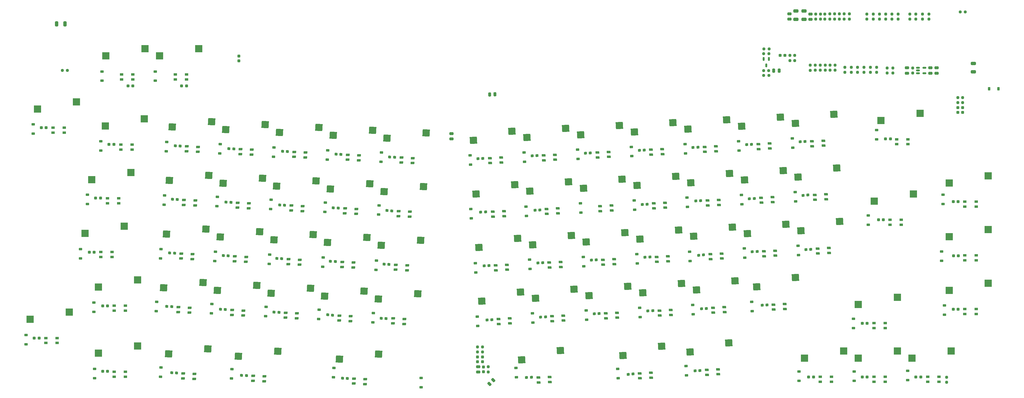
<source format=gbr>
%TF.GenerationSoftware,KiCad,Pcbnew,7.0.7*%
%TF.CreationDate,2023-12-22T23:49:32+01:00*%
%TF.ProjectId,isokey,69736f6b-6579-42e6-9b69-6361645f7063,A*%
%TF.SameCoordinates,Original*%
%TF.FileFunction,Paste,Bot*%
%TF.FilePolarity,Positive*%
%FSLAX46Y46*%
G04 Gerber Fmt 4.6, Leading zero omitted, Abs format (unit mm)*
G04 Created by KiCad (PCBNEW 7.0.7) date 2023-12-22 23:49:32*
%MOMM*%
%LPD*%
G01*
G04 APERTURE LIST*
G04 Aperture macros list*
%AMRoundRect*
0 Rectangle with rounded corners*
0 $1 Rounding radius*
0 $2 $3 $4 $5 $6 $7 $8 $9 X,Y pos of 4 corners*
0 Add a 4 corners polygon primitive as box body*
4,1,4,$2,$3,$4,$5,$6,$7,$8,$9,$2,$3,0*
0 Add four circle primitives for the rounded corners*
1,1,$1+$1,$2,$3*
1,1,$1+$1,$4,$5*
1,1,$1+$1,$6,$7*
1,1,$1+$1,$8,$9*
0 Add four rect primitives between the rounded corners*
20,1,$1+$1,$2,$3,$4,$5,0*
20,1,$1+$1,$4,$5,$6,$7,0*
20,1,$1+$1,$6,$7,$8,$9,0*
20,1,$1+$1,$8,$9,$2,$3,0*%
%AMRotRect*
0 Rectangle, with rotation*
0 The origin of the aperture is its center*
0 $1 length*
0 $2 width*
0 $3 Rotation angle, in degrees counterclockwise*
0 Add horizontal line*
21,1,$1,$2,0,0,$3*%
G04 Aperture macros list end*
%ADD10R,2.550000X2.500000*%
%ADD11RotRect,2.550000X2.500000X3.000000*%
%ADD12RotRect,2.550000X2.500000X357.000000*%
%ADD13RoundRect,0.237500X0.287159X0.252875X-0.312019X0.221474X-0.287159X-0.252875X0.312019X-0.221474X0*%
%ADD14RotRect,1.300000X0.850000X183.000000*%
%ADD15RotRect,1.300000X0.850000X177.000000*%
%ADD16RoundRect,0.250000X0.475000X-0.250000X0.475000X0.250000X-0.475000X0.250000X-0.475000X-0.250000X0*%
%ADD17RoundRect,0.225000X-0.362710X0.244318X-0.386262X-0.205066X0.362710X-0.244318X0.386262X0.205066X0*%
%ADD18RoundRect,0.237500X0.300000X0.237500X-0.300000X0.237500X-0.300000X-0.237500X0.300000X-0.237500X0*%
%ADD19RoundRect,0.225000X-0.375000X0.225000X-0.375000X-0.225000X0.375000X-0.225000X0.375000X0.225000X0*%
%ADD20RoundRect,0.237500X-0.237500X0.250000X-0.237500X-0.250000X0.237500X-0.250000X0.237500X0.250000X0*%
%ADD21RoundRect,0.237500X0.312019X0.221474X-0.287159X0.252875X-0.312019X-0.221474X0.287159X-0.252875X0*%
%ADD22RoundRect,0.150000X-0.512500X-0.150000X0.512500X-0.150000X0.512500X0.150000X-0.512500X0.150000X0*%
%ADD23R,1.300000X0.850000*%
%ADD24RoundRect,0.250000X0.650000X-0.325000X0.650000X0.325000X-0.650000X0.325000X-0.650000X-0.325000X0*%
%ADD25RoundRect,0.237500X0.237500X-0.250000X0.237500X0.250000X-0.237500X0.250000X-0.237500X-0.250000X0*%
%ADD26RoundRect,0.237500X0.250000X0.237500X-0.250000X0.237500X-0.250000X-0.237500X0.250000X-0.237500X0*%
%ADD27RoundRect,0.237500X0.237500X-0.300000X0.237500X0.300000X-0.237500X0.300000X-0.237500X-0.300000X0*%
%ADD28RoundRect,0.250000X-0.224798X-0.487433X0.274517X-0.461265X0.224798X0.487433X-0.274517X0.461265X0*%
%ADD29RoundRect,0.237500X-0.237500X0.300000X-0.237500X-0.300000X0.237500X-0.300000X0.237500X0.300000X0*%
%ADD30RoundRect,0.225000X-0.386262X0.205066X-0.362710X-0.244318X0.386262X-0.205066X0.362710X0.244318X0*%
%ADD31RoundRect,0.250000X-0.159099X0.512652X-0.512652X0.159099X0.159099X-0.512652X0.512652X-0.159099X0*%
%ADD32RoundRect,0.237500X-0.250000X-0.237500X0.250000X-0.237500X0.250000X0.237500X-0.250000X0.237500X0*%
%ADD33RoundRect,0.150000X-0.150000X0.512500X-0.150000X-0.512500X0.150000X-0.512500X0.150000X0.512500X0*%
%ADD34RoundRect,0.250000X-0.475000X0.250000X-0.475000X-0.250000X0.475000X-0.250000X0.475000X0.250000X0*%
%ADD35RoundRect,0.250000X-0.250000X-0.475000X0.250000X-0.475000X0.250000X0.475000X-0.250000X0.475000X0*%
%ADD36RoundRect,0.250000X-0.650000X0.325000X-0.650000X-0.325000X0.650000X-0.325000X0.650000X0.325000X0*%
%ADD37RoundRect,0.250000X-0.325000X-0.650000X0.325000X-0.650000X0.325000X0.650000X-0.325000X0.650000X0*%
%ADD38RoundRect,0.225000X0.225000X0.375000X-0.225000X0.375000X-0.225000X-0.375000X0.225000X-0.375000X0*%
G04 APERTURE END LIST*
D10*
%TO.C,SW2*%
X100418799Y-84482410D03*
X86568799Y-87022410D03*
%TD*%
D11*
%TO.C,SW30*%
X326614532Y-126812203D03*
X312916446Y-130073575D03*
%TD*%
D12*
%TO.C,SW36*%
X160070690Y-151479481D03*
X146106738Y-153291147D03*
%TD*%
%TO.C,SW6*%
X124016905Y-111437696D03*
X110052953Y-113249362D03*
%TD*%
D11*
%TO.C,SW43*%
X308587639Y-146833095D03*
X294889553Y-150094467D03*
%TD*%
D10*
%TO.C,SW18*%
X76395566Y-128444764D03*
X62545566Y-130984764D03*
%TD*%
D12*
%TO.C,SW9*%
X181088583Y-114428696D03*
X167124631Y-116240362D03*
%TD*%
D11*
%TO.C,SW55*%
X252512457Y-168847914D03*
X238814371Y-172109286D03*
%TD*%
%TO.C,SW24*%
X212470677Y-132794229D03*
X198772591Y-136055601D03*
%TD*%
D10*
%TO.C,SW32*%
X74014266Y-147492614D03*
X60164266Y-150032614D03*
%TD*%
D11*
%TO.C,SW16*%
X325617532Y-107788310D03*
X311919446Y-111049682D03*
%TD*%
%TO.C,SW39*%
X232490571Y-150821174D03*
X218792485Y-154082546D03*
%TD*%
D10*
%TO.C,SW70*%
X329040791Y-191762097D03*
X315190791Y-194302097D03*
%TD*%
D11*
%TO.C,SW41*%
X270539854Y-148827095D03*
X256841768Y-152088467D03*
%TD*%
%TO.C,SW42*%
X289563747Y-147830095D03*
X275865661Y-151091467D03*
%TD*%
D12*
%TO.C,SW51*%
X159073690Y-170503374D03*
X145109738Y-172315040D03*
%TD*%
D11*
%TO.C,SW69*%
X288332106Y-188904669D03*
X274634020Y-192166041D03*
%TD*%
%TO.C,SW53*%
X214464672Y-170841914D03*
X200766586Y-174103286D03*
%TD*%
D12*
%TO.C,SW7*%
X143040797Y-112434696D03*
X129076845Y-114246362D03*
%TD*%
%TO.C,SW48*%
X102002012Y-167512374D03*
X88038060Y-169324040D03*
%TD*%
D10*
%TO.C,SW62*%
X78776766Y-189989754D03*
X64926766Y-192529754D03*
%TD*%
D12*
%TO.C,SW63*%
X103705870Y-191016477D03*
X89741918Y-192828143D03*
%TD*%
D11*
%TO.C,SW29*%
X307590639Y-127809203D03*
X293892553Y-131070575D03*
%TD*%
%TO.C,SW10*%
X211473677Y-113770336D03*
X197775591Y-117031708D03*
%TD*%
%TO.C,SW44*%
X327611532Y-145836095D03*
X313913446Y-149097467D03*
%TD*%
D12*
%TO.C,SW8*%
X162064690Y-113431696D03*
X148100738Y-115243362D03*
%TD*%
D11*
%TO.C,SW28*%
X288566746Y-128806203D03*
X274868660Y-132067575D03*
%TD*%
%TO.C,SW54*%
X233488564Y-169844914D03*
X219790478Y-173106286D03*
%TD*%
D12*
%TO.C,SW50*%
X140049798Y-169506374D03*
X126085846Y-171318040D03*
%TD*%
D11*
%TO.C,SW57*%
X290559244Y-166853967D03*
X276861158Y-170115339D03*
%TD*%
D10*
%TO.C,SW45*%
X353757291Y-136061109D03*
X339907291Y-138601109D03*
%TD*%
D11*
%TO.C,SW27*%
X269541356Y-129803281D03*
X255843270Y-133064653D03*
%TD*%
%TO.C,SW25*%
X231494569Y-131797229D03*
X217796483Y-135058601D03*
%TD*%
D12*
%TO.C,SW64*%
X128503784Y-191864125D03*
X114539832Y-193675791D03*
%TD*%
D10*
%TO.C,SW47*%
X78776766Y-166542164D03*
X64926766Y-169082164D03*
%TD*%
%TO.C,SW3*%
X57108066Y-103392964D03*
X43258066Y-105932964D03*
%TD*%
D11*
%TO.C,SW11*%
X230497569Y-112773336D03*
X216799483Y-116034708D03*
%TD*%
D10*
%TO.C,SW31*%
X380290000Y-129620000D03*
X366440000Y-132160000D03*
%TD*%
D11*
%TO.C,SW13*%
X268544356Y-110779389D03*
X254846270Y-114040761D03*
%TD*%
D12*
%TO.C,SW35*%
X141046797Y-150482481D03*
X127082845Y-152294147D03*
%TD*%
D10*
%TO.C,SW59*%
X348090791Y-172712097D03*
X334240791Y-175252097D03*
%TD*%
%TO.C,SW71*%
X348090791Y-191762097D03*
X334240791Y-194302097D03*
%TD*%
D11*
%TO.C,SW26*%
X250517463Y-130800281D03*
X236819377Y-134061653D03*
%TD*%
D10*
%TO.C,SW72*%
X367140791Y-191762097D03*
X353290791Y-194302097D03*
%TD*%
D11*
%TO.C,SW68*%
X264550694Y-190130959D03*
X250852608Y-193392331D03*
%TD*%
D12*
%TO.C,SW21*%
X142043797Y-131458589D03*
X128079845Y-133270255D03*
%TD*%
D11*
%TO.C,SW56*%
X271535351Y-167850967D03*
X257837265Y-171112339D03*
%TD*%
%TO.C,SW38*%
X213467677Y-151818121D03*
X199769591Y-155079493D03*
%TD*%
%TO.C,SW58*%
X311962371Y-165732276D03*
X298264285Y-168993648D03*
%TD*%
%TO.C,SW67*%
X228612719Y-191627419D03*
X214914633Y-194888791D03*
%TD*%
D10*
%TO.C,SW1*%
X81368799Y-84482410D03*
X67518799Y-87022410D03*
%TD*%
%TO.C,SW4*%
X81158066Y-109392964D03*
X67308066Y-111932964D03*
%TD*%
D12*
%TO.C,SW37*%
X179094583Y-152476481D03*
X165130631Y-154288147D03*
%TD*%
D10*
%TO.C,SW46*%
X380290000Y-148670000D03*
X366440000Y-151210000D03*
%TD*%
%TO.C,SW17*%
X356141791Y-107487409D03*
X342291791Y-110027409D03*
%TD*%
D12*
%TO.C,SW23*%
X180091583Y-133452589D03*
X166127631Y-135264255D03*
%TD*%
D11*
%TO.C,SW40*%
X251514464Y-149824174D03*
X237816378Y-153085546D03*
%TD*%
%TO.C,SW14*%
X287569746Y-109782310D03*
X273871660Y-113043682D03*
%TD*%
%TO.C,SW15*%
X306593639Y-108785310D03*
X292895553Y-112046682D03*
%TD*%
D12*
%TO.C,SW65*%
X164245163Y-192849270D03*
X150281211Y-194660936D03*
%TD*%
%TO.C,SW22*%
X161067690Y-132455589D03*
X147103738Y-134267255D03*
%TD*%
D11*
%TO.C,SW12*%
X249520463Y-111776389D03*
X235822377Y-115037761D03*
%TD*%
D12*
%TO.C,SW49*%
X121025905Y-168509374D03*
X107061953Y-170321040D03*
%TD*%
%TO.C,SW20*%
X123019905Y-130461589D03*
X109055953Y-132273255D03*
%TD*%
%TO.C,SW34*%
X122022904Y-149485481D03*
X108058952Y-151297147D03*
%TD*%
D10*
%TO.C,SW60*%
X380290000Y-167719075D03*
X366440000Y-170259075D03*
%TD*%
%TO.C,SW61*%
X54535566Y-178020164D03*
X40685566Y-180560164D03*
%TD*%
D12*
%TO.C,SW5*%
X104993012Y-110440696D03*
X91029060Y-112252362D03*
%TD*%
%TO.C,SW19*%
X103996012Y-129464589D03*
X90032060Y-131276255D03*
%TD*%
%TO.C,SW33*%
X102999012Y-148488481D03*
X89035060Y-150300147D03*
%TD*%
%TO.C,SW52*%
X178097583Y-171500374D03*
X164133631Y-173312040D03*
%TD*%
D13*
%TO.C,C9*%
X298361318Y-156454860D03*
X296638682Y-156545140D03*
%TD*%
D14*
%TO.C,D133*%
X308157915Y-175109337D03*
X308249503Y-176856939D03*
X304254985Y-177066283D03*
X304163397Y-175318681D03*
%TD*%
D15*
%TO.C,D109*%
X117259125Y-158413399D03*
X117167537Y-160161001D03*
X113173019Y-159951657D03*
X113264607Y-158204055D03*
%TD*%
D16*
%TO.C,C86*%
X362000000Y-93200000D03*
X362000000Y-91300000D03*
%TD*%
D17*
%TO.C,D21*%
X126086354Y-138102261D03*
X125913646Y-141397739D03*
%TD*%
D18*
%TO.C,C2*%
X345612500Y-116500000D03*
X343887500Y-116500000D03*
%TD*%
D19*
%TO.C,D47*%
X63250000Y-174600000D03*
X63250000Y-177900000D03*
%TD*%
D18*
%TO.C,C61*%
X43862500Y-187250000D03*
X42137500Y-187250000D03*
%TD*%
D20*
%TO.C,R28*%
X353500000Y-91337500D03*
X353500000Y-93162500D03*
%TD*%
%TO.C,R27*%
X324100000Y-72187500D03*
X324100000Y-74012500D03*
%TD*%
D21*
%TO.C,C51*%
X168861318Y-142045140D03*
X167138682Y-141954860D03*
%TD*%
D22*
%TO.C,U4*%
X355362500Y-93200000D03*
X355362500Y-92250000D03*
X355362500Y-91300000D03*
X357637500Y-91300000D03*
X357637500Y-93200000D03*
%TD*%
D15*
%TO.C,D108*%
X98235233Y-157416399D03*
X98143645Y-159164001D03*
X94149127Y-158954657D03*
X94240715Y-157207055D03*
%TD*%
D13*
%TO.C,C32*%
X202111318Y-142454860D03*
X200388682Y-142545140D03*
%TD*%
D14*
%TO.C,D129*%
X229684107Y-179221975D03*
X229775695Y-180969577D03*
X225781177Y-181178921D03*
X225689589Y-179431319D03*
%TD*%
D23*
%TO.C,D76*%
X92128799Y-95397410D03*
X92128799Y-93647410D03*
X96128799Y-93647410D03*
X96128799Y-95397410D03*
%TD*%
D19*
%TO.C,D61*%
X39250000Y-186100000D03*
X39250000Y-189400000D03*
%TD*%
D24*
%TO.C,C94*%
X375000000Y-92725000D03*
X375000000Y-89775000D03*
%TD*%
D18*
%TO.C,C59*%
X68112500Y-199000000D03*
X66387500Y-199000000D03*
%TD*%
D14*
%TO.C,D102*%
X265737893Y-139180189D03*
X265829481Y-140927791D03*
X261834963Y-141137135D03*
X261743375Y-139389533D03*
%TD*%
D15*
%TO.C,D80*%
X100229233Y-119368615D03*
X100137645Y-121116217D03*
X96143127Y-120906873D03*
X96234715Y-119159271D03*
%TD*%
D17*
%TO.C,D33*%
X87086354Y-155602261D03*
X86913646Y-158897739D03*
%TD*%
D13*
%TO.C,C8*%
X242361318Y-178454860D03*
X240638682Y-178545140D03*
%TD*%
D25*
%TO.C,R1*%
X320750000Y-92162500D03*
X320750000Y-90337500D03*
%TD*%
%TO.C,R15*%
X326000000Y-92162500D03*
X326000000Y-90337500D03*
%TD*%
D17*
%TO.C,D50*%
X124336354Y-176102261D03*
X124163646Y-179397739D03*
%TD*%
D26*
%TO.C,R46*%
X372162500Y-71500000D03*
X370337500Y-71500000D03*
%TD*%
D27*
%TO.C,C78*%
X201400000Y-199162500D03*
X201400000Y-197437500D03*
%TD*%
D20*
%TO.C,R26*%
X311700000Y-86887500D03*
X311700000Y-88712500D03*
%TD*%
D19*
%TO.C,D17*%
X340750000Y-113350000D03*
X340750000Y-116650000D03*
%TD*%
D17*
%TO.C,D9*%
X165181925Y-121352261D03*
X165009217Y-124647739D03*
%TD*%
D25*
%TO.C,R11*%
X336250000Y-92912500D03*
X336250000Y-91087500D03*
%TD*%
D28*
%TO.C,C82*%
X203551302Y-100749719D03*
X205448698Y-100650281D03*
%TD*%
D13*
%TO.C,C31*%
X317361318Y-155704860D03*
X315638682Y-155795140D03*
%TD*%
D29*
%TO.C,C96*%
X199250000Y-193887500D03*
X199250000Y-195612500D03*
%TD*%
D25*
%TO.C,R6*%
X341760000Y-74052500D03*
X341760000Y-72227500D03*
%TD*%
D23*
%TO.C,D106*%
X376000000Y-138785000D03*
X376000000Y-140535000D03*
X372000000Y-140535000D03*
X372000000Y-138785000D03*
%TD*%
D30*
%TO.C,D10*%
X196663646Y-122352261D03*
X196836354Y-125647739D03*
%TD*%
%TO.C,D25*%
X216413646Y-140602261D03*
X216586354Y-143897739D03*
%TD*%
D31*
%TO.C,C81*%
X204871751Y-202128249D03*
X203528249Y-203471751D03*
%TD*%
D25*
%TO.C,R18*%
X346500000Y-93162500D03*
X346500000Y-91337500D03*
%TD*%
D14*
%TO.C,D144*%
X284527650Y-198281729D03*
X284619238Y-200029331D03*
X280624720Y-200238675D03*
X280533132Y-198491073D03*
%TD*%
D25*
%TO.C,R36*%
X203100000Y-199212500D03*
X203100000Y-197387500D03*
%TD*%
D30*
%TO.C,D13*%
X253772423Y-119358261D03*
X253945131Y-122653739D03*
%TD*%
%TO.C,D68*%
X248913646Y-198102261D03*
X249086354Y-201397739D03*
%TD*%
D21*
%TO.C,C18*%
X148861318Y-160045140D03*
X147138682Y-159954860D03*
%TD*%
D18*
%TO.C,C3*%
X369612500Y-177000000D03*
X367887500Y-177000000D03*
%TD*%
%TO.C,C69*%
X337362500Y-182000000D03*
X335637500Y-182000000D03*
%TD*%
%TO.C,C5*%
X46362500Y-112500000D03*
X44637500Y-112500000D03*
%TD*%
D19*
%TO.C,D2*%
X85000000Y-92600000D03*
X85000000Y-95900000D03*
%TD*%
D32*
%TO.C,R60*%
X300675000Y-92300000D03*
X302500000Y-92300000D03*
%TD*%
D21*
%TO.C,C29*%
X130861318Y-140045140D03*
X129138682Y-139954860D03*
%TD*%
D17*
%TO.C,D51*%
X143086354Y-177102261D03*
X142913646Y-180397739D03*
%TD*%
D25*
%TO.C,R24*%
X331100000Y-74012500D03*
X331100000Y-72187500D03*
%TD*%
D13*
%TO.C,C35*%
X277361318Y-119454860D03*
X275638682Y-119545140D03*
%TD*%
D14*
%TO.C,D104*%
X303786178Y-137186163D03*
X303877766Y-138933765D03*
X299883248Y-139143109D03*
X299791660Y-137395507D03*
%TD*%
D17*
%TO.C,D7*%
X127134139Y-119596261D03*
X126961431Y-122891739D03*
%TD*%
D30*
%TO.C,D42*%
X274403123Y-156569427D03*
X274575831Y-159864905D03*
%TD*%
D21*
%TO.C,C36*%
X117361318Y-200545140D03*
X115638682Y-200454860D03*
%TD*%
%TO.C,C25*%
X153112164Y-201494740D03*
X151389528Y-201404460D03*
%TD*%
D33*
%TO.C,Q1*%
X300650000Y-88162500D03*
X302550000Y-88162500D03*
X301600000Y-90437500D03*
%TD*%
D34*
%TO.C,C89*%
X317300000Y-72200000D03*
X317300000Y-74100000D03*
%TD*%
D19*
%TO.C,D72*%
X351750000Y-198850000D03*
X351750000Y-202150000D03*
%TD*%
D25*
%TO.C,R7*%
X343960000Y-74052500D03*
X343960000Y-72227500D03*
%TD*%
D18*
%TO.C,C60*%
X65612500Y-137500000D03*
X63887500Y-137500000D03*
%TD*%
D21*
%TO.C,C37*%
X90861318Y-176045140D03*
X89138682Y-175954860D03*
%TD*%
D17*
%TO.C,D6*%
X108086354Y-118352261D03*
X107913646Y-121647739D03*
%TD*%
D16*
%TO.C,C85*%
X199500000Y-199250000D03*
X199500000Y-197350000D03*
%TD*%
D13*
%TO.C,C33*%
X297361318Y-137704860D03*
X295638682Y-137795140D03*
%TD*%
D14*
%TO.C,D88*%
X264740893Y-120156297D03*
X264832481Y-121903899D03*
X260837963Y-122113243D03*
X260746375Y-120365641D03*
%TD*%
D15*
%TO.C,D98*%
X175327803Y-142380507D03*
X175236215Y-144128109D03*
X171241697Y-143918765D03*
X171333285Y-142171163D03*
%TD*%
D20*
%TO.C,R66*%
X354660000Y-72227500D03*
X354660000Y-74052500D03*
%TD*%
D15*
%TO.C,D125*%
X135286018Y-178434292D03*
X135194430Y-180181894D03*
X131199912Y-179972550D03*
X131291500Y-178224948D03*
%TD*%
D30*
%TO.C,D43*%
X293814708Y-155412020D03*
X293987416Y-158707498D03*
%TD*%
D15*
%TO.C,D110*%
X136283018Y-159410399D03*
X136191430Y-161158001D03*
X132196912Y-160948657D03*
X132288500Y-159201055D03*
%TD*%
D13*
%TO.C,C43*%
X241361318Y-159454860D03*
X239638682Y-159545140D03*
%TD*%
D15*
%TO.C,D83*%
X157300911Y-122359615D03*
X157209323Y-124107217D03*
X153214805Y-123897873D03*
X153306393Y-122150271D03*
%TD*%
%TO.C,D140*%
X159481384Y-201777188D03*
X159389796Y-203524790D03*
X155395278Y-203315446D03*
X155486866Y-201567844D03*
%TD*%
D23*
%TO.C,D121*%
X376000000Y-157835000D03*
X376000000Y-159585000D03*
X372000000Y-159585000D03*
X372000000Y-157835000D03*
%TD*%
%TO.C,D92*%
X351851791Y-116652409D03*
X351851791Y-118402409D03*
X347851791Y-118402409D03*
X347851791Y-116652409D03*
%TD*%
D25*
%TO.C,R20*%
X320800000Y-74052500D03*
X320800000Y-72227500D03*
%TD*%
D34*
%TO.C,C88*%
X309800000Y-72150000D03*
X309800000Y-74050000D03*
%TD*%
D15*
%TO.C,D94*%
X99232233Y-138392507D03*
X99140645Y-140140109D03*
X95146127Y-139930765D03*
X95237715Y-138183163D03*
%TD*%
D30*
%TO.C,D16*%
X310844600Y-116367235D03*
X311017308Y-119662713D03*
%TD*%
D19*
%TO.C,D18*%
X61000000Y-136350000D03*
X61000000Y-139650000D03*
%TD*%
D30*
%TO.C,D54*%
X218715638Y-178423939D03*
X218888346Y-181719417D03*
%TD*%
D21*
%TO.C,C49*%
X112861318Y-120045140D03*
X111138682Y-119954860D03*
%TD*%
D25*
%TO.C,R14*%
X329500000Y-92912500D03*
X329500000Y-91087500D03*
%TD*%
D14*
%TO.C,D87*%
X245717001Y-121153297D03*
X245808589Y-122900899D03*
X241814071Y-123110243D03*
X241722483Y-121362641D03*
%TD*%
D23*
%TO.C,D137*%
X74486766Y-199154754D03*
X74486766Y-200904754D03*
X70486766Y-200904754D03*
X70486766Y-199154754D03*
%TD*%
D25*
%TO.C,R2*%
X319000000Y-92162500D03*
X319000000Y-90337500D03*
%TD*%
D15*
%TO.C,D123*%
X97238233Y-176440292D03*
X97146645Y-178187894D03*
X93152127Y-177978550D03*
X93243715Y-176230948D03*
%TD*%
D17*
%TO.C,D35*%
X125586354Y-157602261D03*
X125413646Y-160897739D03*
%TD*%
D21*
%TO.C,C73*%
X129861318Y-159045140D03*
X128138682Y-158954860D03*
%TD*%
D15*
%TO.C,D84*%
X176324803Y-123356614D03*
X176233215Y-125104216D03*
X172238697Y-124894872D03*
X172330285Y-123147270D03*
%TD*%
D13*
%TO.C,C1*%
X239250000Y-121500000D03*
X237527364Y-121590280D03*
%TD*%
D25*
%TO.C,R13*%
X331750000Y-92912500D03*
X331750000Y-91087500D03*
%TD*%
D23*
%TO.C,D146*%
X343800791Y-200927097D03*
X343800791Y-202677097D03*
X339800791Y-202677097D03*
X339800791Y-200927097D03*
%TD*%
D14*
%TO.C,D91*%
X321813070Y-117165271D03*
X321904658Y-118912873D03*
X317910140Y-119122217D03*
X317818552Y-117374615D03*
%TD*%
D17*
%TO.C,D23*%
X164336354Y-140102261D03*
X164163646Y-143397739D03*
%TD*%
D13*
%TO.C,C75*%
X223361318Y-179704860D03*
X221638682Y-179795140D03*
%TD*%
D21*
%TO.C,C4*%
X92861318Y-138045140D03*
X91138682Y-137954860D03*
%TD*%
D17*
%TO.C,D48*%
X85586354Y-174352261D03*
X85413646Y-177647739D03*
%TD*%
D14*
%TO.C,D115*%
X247711000Y-159201082D03*
X247802588Y-160948684D03*
X243808070Y-161158028D03*
X243716482Y-159410426D03*
%TD*%
D13*
%TO.C,C55*%
X259361318Y-139704860D03*
X257638682Y-139795140D03*
%TD*%
D21*
%TO.C,C7*%
X167861318Y-161045140D03*
X166138682Y-160954860D03*
%TD*%
D25*
%TO.C,R65*%
X201000000Y-192162500D03*
X201000000Y-190337500D03*
%TD*%
D32*
%TO.C,R63*%
X52087500Y-92241069D03*
X53912500Y-92241069D03*
%TD*%
D25*
%TO.C,R37*%
X344500000Y-93162500D03*
X344500000Y-91337500D03*
%TD*%
D32*
%TO.C,R59*%
X300687500Y-86300000D03*
X302512500Y-86300000D03*
%TD*%
D30*
%TO.C,D56*%
X256763423Y-176429939D03*
X256936131Y-179725417D03*
%TD*%
D19*
%TO.C,D46*%
X363750000Y-156450000D03*
X363750000Y-159750000D03*
%TD*%
D14*
%TO.C,D130*%
X248708000Y-178224975D03*
X248799588Y-179972577D03*
X244805070Y-180181921D03*
X244713482Y-178434319D03*
%TD*%
D18*
%TO.C,C17*%
X96112500Y-97750000D03*
X94387500Y-97750000D03*
%TD*%
D15*
%TO.C,D138*%
X98942090Y-199944395D03*
X98850502Y-201691997D03*
X94855984Y-201482653D03*
X94947572Y-199735051D03*
%TD*%
D18*
%TO.C,C79*%
X308262500Y-86900000D03*
X306537500Y-86900000D03*
%TD*%
%TO.C,C14*%
X369725000Y-158000000D03*
X368000000Y-158000000D03*
%TD*%
D19*
%TO.C,D71*%
X332750000Y-199100000D03*
X332750000Y-202400000D03*
%TD*%
D23*
%TO.C,D136*%
X50245566Y-187185164D03*
X50245566Y-188935164D03*
X46245566Y-188935164D03*
X46245566Y-187185164D03*
%TD*%
D15*
%TO.C,D95*%
X118256126Y-139389507D03*
X118164538Y-141137109D03*
X114170020Y-140927765D03*
X114261608Y-139180163D03*
%TD*%
D14*
%TO.C,D131*%
X267731893Y-177227975D03*
X267823481Y-178975577D03*
X263828963Y-179184921D03*
X263737375Y-177437319D03*
%TD*%
D13*
%TO.C,C21*%
X221361318Y-141704860D03*
X219638682Y-141795140D03*
%TD*%
D19*
%TO.C,D45*%
X337750000Y-143700000D03*
X337750000Y-147000000D03*
%TD*%
D18*
%TO.C,C16*%
X77112500Y-97750000D03*
X75387500Y-97750000D03*
%TD*%
D30*
%TO.C,D12*%
X234748531Y-120355261D03*
X234921239Y-123650739D03*
%TD*%
D23*
%TO.C,D107*%
X69724266Y-156657614D03*
X69724266Y-158407614D03*
X65724266Y-158407614D03*
X65724266Y-156657614D03*
%TD*%
D27*
%TO.C,C98*%
X114700000Y-88862500D03*
X114700000Y-87137500D03*
%TD*%
D15*
%TO.C,D96*%
X137280018Y-140386507D03*
X137188430Y-142134109D03*
X133193912Y-141924765D03*
X133285500Y-140177163D03*
%TD*%
D13*
%TO.C,C22*%
X316361318Y-136454860D03*
X314638682Y-136545140D03*
%TD*%
D30*
%TO.C,D30*%
X311841600Y-135391127D03*
X312014308Y-138686605D03*
%TD*%
D21*
%TO.C,C28*%
X150861318Y-122045140D03*
X149138682Y-121954860D03*
%TD*%
D14*
%TO.C,D101*%
X246714001Y-140177189D03*
X246805589Y-141924791D03*
X242811071Y-142134135D03*
X242719483Y-140386533D03*
%TD*%
D23*
%TO.C,D79*%
X76868066Y-118557964D03*
X76868066Y-120307964D03*
X72868066Y-120307964D03*
X72868066Y-118557964D03*
%TD*%
D25*
%TO.C,R64*%
X199250000Y-192162500D03*
X199250000Y-190337500D03*
%TD*%
%TO.C,R31*%
X369500000Y-103662500D03*
X369500000Y-101837500D03*
%TD*%
D13*
%TO.C,C42*%
X301861318Y-175454860D03*
X300138682Y-175545140D03*
%TD*%
D14*
%TO.C,D142*%
X224808263Y-201004480D03*
X224899851Y-202752082D03*
X220905333Y-202961426D03*
X220813745Y-201213824D03*
%TD*%
D15*
%TO.C,D112*%
X174330803Y-161404400D03*
X174239215Y-163152002D03*
X170244697Y-162942658D03*
X170336285Y-161195056D03*
%TD*%
D23*
%TO.C,D145*%
X324750791Y-200927097D03*
X324750791Y-202677097D03*
X320750791Y-202677097D03*
X320750791Y-200927097D03*
%TD*%
D19*
%TO.C,D66*%
X179250000Y-201350000D03*
X179250000Y-204650000D03*
%TD*%
D30*
%TO.C,D57*%
X275577292Y-175454522D03*
X275750000Y-178750000D03*
%TD*%
%TO.C,D58*%
X296413646Y-174352261D03*
X296586354Y-177647739D03*
%TD*%
D21*
%TO.C,C27*%
X169861318Y-123045140D03*
X168138682Y-122954860D03*
%TD*%
D15*
%TO.C,D127*%
X173333804Y-180428292D03*
X173242216Y-182175894D03*
X169247698Y-181966550D03*
X169339286Y-180218948D03*
%TD*%
D30*
%TO.C,D41*%
X255766423Y-157406046D03*
X255939131Y-160701524D03*
%TD*%
D14*
%TO.C,D143*%
X260746237Y-199508019D03*
X260837825Y-201255621D03*
X256843307Y-201464965D03*
X256751719Y-199717363D03*
%TD*%
D15*
%TO.C,D126*%
X154309911Y-179431292D03*
X154218323Y-181178894D03*
X150223805Y-180969550D03*
X150315393Y-179221948D03*
%TD*%
D21*
%TO.C,C71*%
X110861318Y-158045140D03*
X109138682Y-157954860D03*
%TD*%
D17*
%TO.C,D5*%
X89086354Y-117602261D03*
X88913646Y-120897739D03*
%TD*%
D23*
%TO.C,D120*%
X349467291Y-145226109D03*
X349467291Y-146976109D03*
X345467291Y-146976109D03*
X345467291Y-145226109D03*
%TD*%
%TO.C,D93*%
X72105566Y-137609764D03*
X72105566Y-139359764D03*
X68105566Y-139359764D03*
X68105566Y-137609764D03*
%TD*%
D30*
%TO.C,D28*%
X273513646Y-137352261D03*
X273686354Y-140647739D03*
%TD*%
D13*
%TO.C,C41*%
X278111318Y-198704860D03*
X276388682Y-198795140D03*
%TD*%
%TO.C,C20*%
X279361318Y-157704860D03*
X277638682Y-157795140D03*
%TD*%
D23*
%TO.C,D147*%
X362850791Y-200927097D03*
X362850791Y-202677097D03*
X358850791Y-202677097D03*
X358850791Y-200927097D03*
%TD*%
D25*
%TO.C,R9*%
X348360000Y-74052500D03*
X348360000Y-72227500D03*
%TD*%
D21*
%TO.C,C62*%
X149861318Y-141045140D03*
X148138682Y-140954860D03*
%TD*%
D30*
%TO.C,D38*%
X198475404Y-160602261D03*
X198648112Y-163897739D03*
%TD*%
D20*
%TO.C,R67*%
X352460000Y-72227500D03*
X352460000Y-74052500D03*
%TD*%
D25*
%TO.C,R3*%
X317200000Y-92212500D03*
X317200000Y-90387500D03*
%TD*%
D23*
%TO.C,D77*%
X73078799Y-95397410D03*
X73078799Y-93647410D03*
X77078799Y-93647410D03*
X77078799Y-95397410D03*
%TD*%
D15*
%TO.C,D111*%
X155306910Y-160407399D03*
X155215322Y-162155001D03*
X151220804Y-161945657D03*
X151312392Y-160198055D03*
%TD*%
D17*
%TO.C,D36*%
X144586354Y-158602261D03*
X144413646Y-161897739D03*
%TD*%
D14*
%TO.C,D85*%
X207669215Y-123147297D03*
X207760803Y-124894899D03*
X203766285Y-125104243D03*
X203674697Y-123356641D03*
%TD*%
D23*
%TO.C,D122*%
X74486766Y-175707164D03*
X74486766Y-177457164D03*
X70486766Y-177457164D03*
X70486766Y-175707164D03*
%TD*%
D14*
%TO.C,D128*%
X210660215Y-180218975D03*
X210751803Y-181966577D03*
X206757285Y-182175921D03*
X206665697Y-180428319D03*
%TD*%
D29*
%TO.C,C92*%
X369500000Y-105387500D03*
X369500000Y-107112500D03*
%TD*%
D15*
%TO.C,D97*%
X156303911Y-141383507D03*
X156212323Y-143131109D03*
X152217805Y-142921765D03*
X152309393Y-141174163D03*
%TD*%
D13*
%TO.C,C54*%
X222361318Y-160454860D03*
X220638682Y-160545140D03*
%TD*%
D21*
%TO.C,C39*%
X131861318Y-121045140D03*
X130138682Y-120954860D03*
%TD*%
D23*
%TO.C,D135*%
X376000000Y-176884075D03*
X376000000Y-178634075D03*
X372000000Y-178634075D03*
X372000000Y-176884075D03*
%TD*%
D20*
%TO.C,R30*%
X322400000Y-72227500D03*
X322400000Y-74052500D03*
%TD*%
D13*
%TO.C,C76*%
X203361318Y-161454860D03*
X201638682Y-161545140D03*
%TD*%
D30*
%TO.C,D67*%
X212911590Y-197773757D03*
X213084298Y-201069235D03*
%TD*%
%TO.C,D15*%
X291820708Y-117364235D03*
X291993416Y-120659713D03*
%TD*%
D15*
%TO.C,D82*%
X138277018Y-121362615D03*
X138185430Y-123110217D03*
X134190912Y-122900873D03*
X134282500Y-121153271D03*
%TD*%
D21*
%TO.C,C38*%
X166861318Y-180295140D03*
X165138682Y-180204860D03*
%TD*%
D13*
%TO.C,C64*%
X261361318Y-177454860D03*
X259638682Y-177545140D03*
%TD*%
D20*
%TO.C,R35*%
X310000000Y-86887500D03*
X310000000Y-88712500D03*
%TD*%
%TO.C,R29*%
X327500000Y-72187500D03*
X327500000Y-74012500D03*
%TD*%
D17*
%TO.C,D49*%
X105086354Y-175102261D03*
X104913646Y-178397739D03*
%TD*%
D13*
%TO.C,C12*%
X220361318Y-122454860D03*
X218638682Y-122545140D03*
%TD*%
D17*
%TO.C,D52*%
X162336354Y-178352261D03*
X162163646Y-181647739D03*
%TD*%
D19*
%TO.C,D31*%
X364250000Y-136350000D03*
X364250000Y-139650000D03*
%TD*%
D21*
%TO.C,C50*%
X93861318Y-119045140D03*
X92138682Y-118954860D03*
%TD*%
D30*
%TO.C,D69*%
X273163646Y-197102261D03*
X273336354Y-200397739D03*
%TD*%
D13*
%TO.C,C19*%
X218359262Y-201126356D03*
X216636626Y-201216636D03*
%TD*%
D35*
%TO.C,C80*%
X304250000Y-92300000D03*
X306150000Y-92300000D03*
%TD*%
D30*
%TO.C,D44*%
X312838600Y-154415020D03*
X313011308Y-157710498D03*
%TD*%
D18*
%TO.C,C72*%
X63362500Y-156750000D03*
X61637500Y-156750000D03*
%TD*%
D14*
%TO.C,D105*%
X322810070Y-136189163D03*
X322901658Y-137936765D03*
X318907140Y-138146109D03*
X318815552Y-136398507D03*
%TD*%
D20*
%TO.C,R22*%
X365500000Y-201087500D03*
X365500000Y-202912500D03*
%TD*%
D18*
%TO.C,C52*%
X318362500Y-201000000D03*
X316637500Y-201000000D03*
%TD*%
D23*
%TO.C,D134*%
X343800791Y-181877097D03*
X343800791Y-183627097D03*
X339800791Y-183627097D03*
X339800791Y-181877097D03*
%TD*%
D25*
%TO.C,R5*%
X339560000Y-74052500D03*
X339560000Y-72227500D03*
%TD*%
D15*
%TO.C,D139*%
X123740005Y-200792044D03*
X123648417Y-202539646D03*
X119653899Y-202330302D03*
X119745487Y-200582700D03*
%TD*%
%TO.C,D124*%
X116262125Y-177437292D03*
X116170537Y-179184894D03*
X112176019Y-178975550D03*
X112267607Y-177227948D03*
%TD*%
D17*
%TO.C,D63*%
X87086354Y-197602261D03*
X86913646Y-200897739D03*
%TD*%
D19*
%TO.C,D70*%
X313250000Y-199100000D03*
X313250000Y-202400000D03*
%TD*%
D29*
%TO.C,C93*%
X371250000Y-105387500D03*
X371250000Y-107112500D03*
%TD*%
D17*
%TO.C,D20*%
X107086354Y-137102261D03*
X106913646Y-140397739D03*
%TD*%
D30*
%TO.C,D53*%
X199163646Y-179602261D03*
X199336354Y-182897739D03*
%TD*%
D18*
%TO.C,C6*%
X70362500Y-118500000D03*
X68637500Y-118500000D03*
%TD*%
D25*
%TO.C,R16*%
X324250000Y-92162500D03*
X324250000Y-90337500D03*
%TD*%
D30*
%TO.C,D29*%
X292817708Y-136388127D03*
X292990416Y-139683605D03*
%TD*%
D19*
%TO.C,D1*%
X66200000Y-92600000D03*
X66200000Y-95900000D03*
%TD*%
D21*
%TO.C,C70*%
X92611318Y-199545140D03*
X90888682Y-199454860D03*
%TD*%
D19*
%TO.C,D3*%
X41750000Y-111350000D03*
X41750000Y-114650000D03*
%TD*%
D25*
%TO.C,R10*%
X338500000Y-92912500D03*
X338500000Y-91087500D03*
%TD*%
D18*
%TO.C,C11*%
X343112500Y-145250000D03*
X341387500Y-145250000D03*
%TD*%
D19*
%TO.C,D59*%
X332500000Y-180350000D03*
X332500000Y-183650000D03*
%TD*%
D17*
%TO.C,D64*%
X112250000Y-198250000D03*
X112077292Y-201545478D03*
%TD*%
D13*
%TO.C,C30*%
X254361318Y-199954860D03*
X252638682Y-200045140D03*
%TD*%
D21*
%TO.C,C26*%
X109861318Y-177045140D03*
X108138682Y-176954860D03*
%TD*%
D36*
%TO.C,C90*%
X315000000Y-71125000D03*
X315000000Y-74075000D03*
%TD*%
D21*
%TO.C,C63*%
X147861318Y-179045140D03*
X146138682Y-178954860D03*
%TD*%
D13*
%TO.C,C10*%
X260361318Y-158454860D03*
X258638682Y-158545140D03*
%TD*%
D32*
%TO.C,R21*%
X300687500Y-94000000D03*
X302512500Y-94000000D03*
%TD*%
D14*
%TO.C,D113*%
X209663215Y-161195082D03*
X209754803Y-162942684D03*
X205760285Y-163152028D03*
X205668697Y-161404426D03*
%TD*%
D25*
%TO.C,R23*%
X329200000Y-74012500D03*
X329200000Y-72187500D03*
%TD*%
D13*
%TO.C,C44*%
X278361318Y-138454860D03*
X276638682Y-138545140D03*
%TD*%
%TO.C,C46*%
X258361318Y-120454860D03*
X256638682Y-120545140D03*
%TD*%
%TO.C,C24*%
X296361318Y-118454860D03*
X294638682Y-118545140D03*
%TD*%
D23*
%TO.C,D78*%
X52800000Y-112525000D03*
X52800000Y-114275000D03*
X48800000Y-114275000D03*
X48800000Y-112525000D03*
%TD*%
D17*
%TO.C,D37*%
X163422708Y-159704522D03*
X163250000Y-163000000D03*
%TD*%
%TO.C,D34*%
X106336354Y-156602261D03*
X106163646Y-159897739D03*
%TD*%
D21*
%TO.C,C15*%
X91861318Y-157045140D03*
X90138682Y-156954860D03*
%TD*%
D19*
%TO.C,D4*%
X65750000Y-117350000D03*
X65750000Y-120650000D03*
%TD*%
D30*
%TO.C,D39*%
X217718638Y-159400046D03*
X217891346Y-162695524D03*
%TD*%
D20*
%TO.C,R33*%
X359260000Y-72227500D03*
X359260000Y-74052500D03*
%TD*%
D14*
%TO.C,D89*%
X283764786Y-119159297D03*
X283856374Y-120906899D03*
X279861856Y-121116243D03*
X279770268Y-119368641D03*
%TD*%
D17*
%TO.C,D19*%
X88336354Y-136602261D03*
X88163646Y-139897739D03*
%TD*%
D16*
%TO.C,C83*%
X190000000Y-116550000D03*
X190000000Y-114650000D03*
%TD*%
D18*
%TO.C,C48*%
X68112500Y-175750000D03*
X66387500Y-175750000D03*
%TD*%
D13*
%TO.C,C53*%
X280361318Y-176704860D03*
X278638682Y-176795140D03*
%TD*%
D20*
%TO.C,R25*%
X325800000Y-72187500D03*
X325800000Y-74012500D03*
%TD*%
D18*
%TO.C,C58*%
X337362500Y-201000000D03*
X335637500Y-201000000D03*
%TD*%
D13*
%TO.C,C13*%
X315361318Y-117454860D03*
X313638682Y-117545140D03*
%TD*%
D25*
%TO.C,R38*%
X340750000Y-92912500D03*
X340750000Y-91087500D03*
%TD*%
D14*
%TO.C,D90*%
X302789178Y-118162271D03*
X302880766Y-119909873D03*
X298886248Y-120119217D03*
X298794660Y-118371615D03*
%TD*%
D30*
%TO.C,D26*%
X235745531Y-139379153D03*
X235918239Y-142674631D03*
%TD*%
D17*
%TO.C,D22*%
X145336354Y-139102261D03*
X145163646Y-142397739D03*
%TD*%
D14*
%TO.C,D99*%
X208666215Y-142171189D03*
X208757803Y-143918791D03*
X204763285Y-144128135D03*
X204671697Y-142380533D03*
%TD*%
%TO.C,D119*%
X323807070Y-155213056D03*
X323898658Y-156960658D03*
X319904140Y-157170002D03*
X319812552Y-155422400D03*
%TD*%
%TO.C,D103*%
X284761786Y-138183189D03*
X284853374Y-139930791D03*
X280858856Y-140140135D03*
X280767268Y-138392533D03*
%TD*%
D20*
%TO.C,R34*%
X356960000Y-72227500D03*
X356960000Y-74052500D03*
%TD*%
D30*
%TO.C,D40*%
X236742531Y-158403046D03*
X236915239Y-161698524D03*
%TD*%
D25*
%TO.C,R8*%
X346160000Y-74052500D03*
X346160000Y-72227500D03*
%TD*%
D19*
%TO.C,D32*%
X58500000Y-155600000D03*
X58500000Y-158900000D03*
%TD*%
D25*
%TO.C,R4*%
X337260000Y-74052500D03*
X337260000Y-72227500D03*
%TD*%
%TO.C,R12*%
X334000000Y-92912500D03*
X334000000Y-91087500D03*
%TD*%
D29*
%TO.C,C97*%
X201000000Y-193887500D03*
X201000000Y-195612500D03*
%TD*%
D21*
%TO.C,C40*%
X111861318Y-139045140D03*
X110138682Y-138954860D03*
%TD*%
D37*
%TO.C,C95*%
X50050000Y-75666069D03*
X53000000Y-75666069D03*
%TD*%
D17*
%TO.C,D65*%
X148337200Y-197801861D03*
X148164492Y-201097339D03*
%TD*%
D16*
%TO.C,C84*%
X351500000Y-93200000D03*
X351500000Y-91300000D03*
%TD*%
D30*
%TO.C,D27*%
X254769423Y-138382153D03*
X254942131Y-141677631D03*
%TD*%
D18*
%TO.C,C67*%
X369612500Y-138750000D03*
X367887500Y-138750000D03*
%TD*%
D19*
%TO.C,D60*%
X364750000Y-175600000D03*
X364750000Y-178900000D03*
%TD*%
D25*
%TO.C,R17*%
X322500000Y-92162500D03*
X322500000Y-90337500D03*
%TD*%
D14*
%TO.C,D117*%
X285758786Y-157207082D03*
X285850374Y-158954684D03*
X281855856Y-159164028D03*
X281764268Y-157416426D03*
%TD*%
D16*
%TO.C,C87*%
X359750000Y-93200000D03*
X359750000Y-91300000D03*
%TD*%
D13*
%TO.C,C23*%
X201111318Y-123454860D03*
X199388682Y-123545140D03*
%TD*%
D18*
%TO.C,C47*%
X356362500Y-201000000D03*
X354637500Y-201000000D03*
%TD*%
D30*
%TO.C,D11*%
X215724638Y-121352261D03*
X215897346Y-124647739D03*
%TD*%
%TO.C,D55*%
X237739531Y-177426939D03*
X237912239Y-180722417D03*
%TD*%
D14*
%TO.C,D114*%
X228687108Y-160198082D03*
X228778696Y-161945684D03*
X224784178Y-162155028D03*
X224692590Y-160407426D03*
%TD*%
D17*
%TO.C,D8*%
X146158032Y-120593261D03*
X145985324Y-123888739D03*
%TD*%
D14*
%TO.C,D100*%
X227690108Y-141174189D03*
X227781696Y-142921791D03*
X223787178Y-143131135D03*
X223695590Y-141383533D03*
%TD*%
D25*
%TO.C,R19*%
X319160000Y-74052500D03*
X319160000Y-72227500D03*
%TD*%
D14*
%TO.C,D132*%
X286755786Y-176230975D03*
X286847374Y-177978577D03*
X282852856Y-178187921D03*
X282761268Y-176440319D03*
%TD*%
D30*
%TO.C,D24*%
X196910646Y-141376153D03*
X197083354Y-144671631D03*
%TD*%
D14*
%TO.C,D118*%
X304783178Y-156210056D03*
X304874766Y-157957658D03*
X300880248Y-158167002D03*
X300788660Y-156419400D03*
%TD*%
D15*
%TO.C,D81*%
X119253125Y-120365615D03*
X119161537Y-122113217D03*
X115167019Y-121903873D03*
X115258607Y-120156271D03*
%TD*%
D19*
%TO.C,D62*%
X63500000Y-198100000D03*
X63500000Y-201400000D03*
%TD*%
D14*
%TO.C,D116*%
X266734893Y-158204082D03*
X266826481Y-159951684D03*
X262831963Y-160161028D03*
X262740375Y-158413426D03*
%TD*%
D25*
%TO.C,R32*%
X371250000Y-103662500D03*
X371250000Y-101837500D03*
%TD*%
D21*
%TO.C,C74*%
X128861318Y-178045140D03*
X127138682Y-177954860D03*
%TD*%
D14*
%TO.C,D86*%
X226693108Y-122150297D03*
X226784696Y-123897899D03*
X222790178Y-124107243D03*
X222698590Y-122359641D03*
%TD*%
D26*
%TO.C,R61*%
X302612500Y-84600000D03*
X300787500Y-84600000D03*
%TD*%
D36*
%TO.C,C91*%
X312100000Y-71125000D03*
X312100000Y-74075000D03*
%TD*%
D30*
%TO.C,D14*%
X272796316Y-118361261D03*
X272969024Y-121656739D03*
%TD*%
D38*
%TO.C,D169*%
X383900000Y-98750000D03*
X380600000Y-98750000D03*
%TD*%
D13*
%TO.C,C65*%
X204361318Y-180704860D03*
X202638682Y-180795140D03*
%TD*%
M02*

</source>
